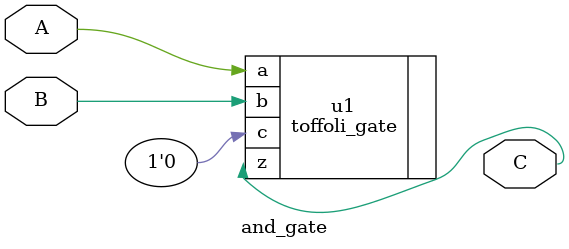
<source format=v>
`timescale 1ns / 1ps


module and_gate(output C, input A, input B);
    
    toffoli_gate u1(.z(C), .a(A), .b(B), .c(1'b0));

endmodule

</source>
